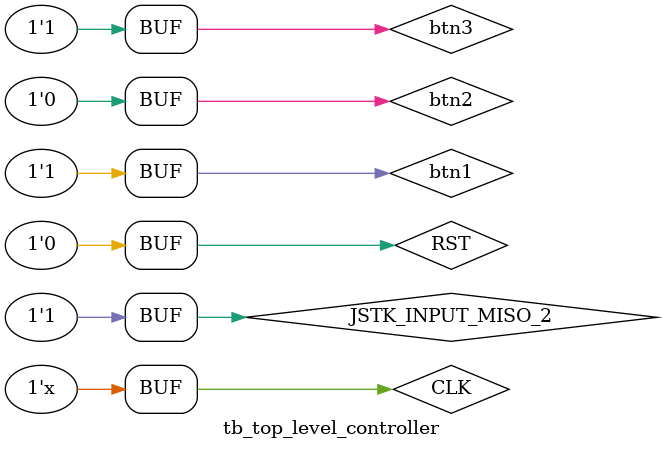
<source format=v>
`timescale 1ns / 1ps

module tb_top_level_controller();
    parameter PERIOD = 10; 
    
    reg CLK;
    reg RST;
    reg btn1, btn2, btn3;
    wire JSTK_INPUT_SS_0;
    reg JSTK_INPUT_MISO_2;
    wire JSTK_INPUT_SCLK_3;
    wire PWM1, PWM2, PWM3;
    
    integer i;
    
    top_level_controller TOP_UUT(
        .CLK(CLK),
        .RST(RST),
        .btn1(btn1),
        .btn2(btn2),
        .btn3(btn3),
        .JSTK_INPUT_SS_0(JSTK_INPUT_SS_0),
        .JSTK_INPUT_MISO_2(JSTK_INPUT_MISO_2),
        .JSTK_INPUT_SCLK_3(JSTK_INPUT_SCLK_3),
        .PWM1(PWM1),
        .PWM2(PWM2),
        .PWM3(PWM3)
        );
    
    initial 
        CLK = 1'b0;
    always #(PERIOD/2) CLK = ~CLK;
    
    initial begin
        btn1 = 0; btn2 = 0; btn3 = 0; RST = 1;
        
        #(PERIOD) RST = 0;
        #(PERIOD) JSTK_INPUT_MISO_2 = 1'b1; btn1 = 1'b1;
        #(PERIOD) JSTK_INPUT_MISO_2 = 1'b1; btn1 = 1'b0; btn2 = 1'b1;
        #(PERIOD) JSTK_INPUT_MISO_2 = 1'b1; btn3 = 1'b1; btn1 = 1'b1;
        #(PERIOD) JSTK_INPUT_MISO_2 = 1'b0;
        #(PERIOD) JSTK_INPUT_MISO_2 = 1'b1; btn1 = 1'b1;
        #(PERIOD) JSTK_INPUT_MISO_2 = 1'b0; btn1 = 1'b0; btn2 = 1'b1;
        #(PERIOD) JSTK_INPUT_MISO_2 = 1'b1; btn3 = 1'b0; btn1 = 1'b1;
        #(PERIOD) JSTK_INPUT_MISO_2 = 1'b1;        
        #(PERIOD) JSTK_INPUT_MISO_2 = 1'b1; btn1 = 1'b0;
        #(PERIOD) JSTK_INPUT_MISO_2 = 1'b0; btn1 = 1'b0; btn2 = 1'b0;
        #(PERIOD) JSTK_INPUT_MISO_2 = 1'b0; btn3 = 1'b1; btn1 = 1'b1;
        #(PERIOD) JSTK_INPUT_MISO_2 = 1'b0; btn1 = 1'b0; btn2 = 1'b1;
        #(PERIOD) JSTK_INPUT_MISO_2 = 1'b1; btn3 = 1'b0; btn1 = 1'b0;
        #(PERIOD) JSTK_INPUT_MISO_2 = 1'b1;        
        #(PERIOD) JSTK_INPUT_MISO_2 = 1'b1; btn1 = 1'b0;
        #(PERIOD) JSTK_INPUT_MISO_2 = 1'b0; btn1 = 1'b1; btn2 = 1'b1; btn3 = 1'b1;
        #(PERIOD) JSTK_INPUT_MISO_2 = 1'b0; btn1 = 1'b0; btn2 = 1'b0; btn3 = 1'b0;
        #(PERIOD) JSTK_INPUT_MISO_2 = 1'b0; btn3 = 1'b1; btn1 = 1'b1;
        #(PERIOD) JSTK_INPUT_MISO_2 = 1'b1;                 
    end
endmodule

</source>
